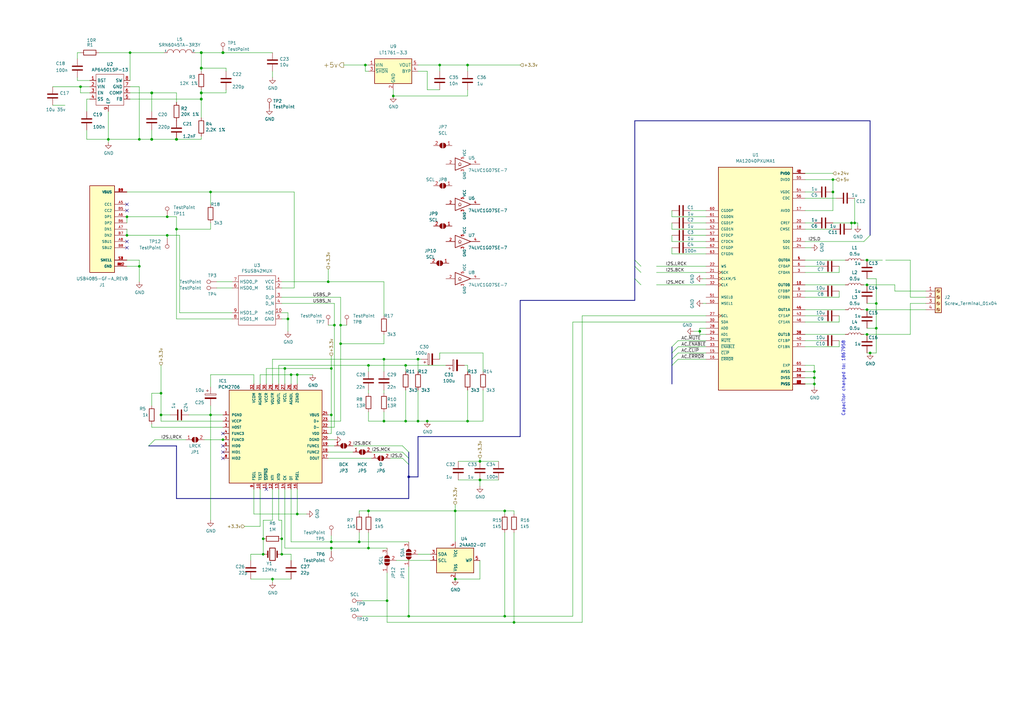
<source format=kicad_sch>
(kicad_sch (version 20230121) (generator eeschema)
  (paper "A3")
  (junction (at 86.36 78.74))
  (junction (at 33.02 35.56))
  (junction (at 334.01 157.48))
  (junction (at 355.6 116.84))
  (junction (at 66.04 170.18))
  (junction (at 151.13 149.86))
  (junction (at 139.7 133.35))
  (junction (at 167.64 252.73))
  (junction (at 116.84 151.13))
  (junction (at 121.92 153.67))
  (junction (at 57.15 57.15))
  (junction (at 82.55 27.94) (diameter 1.016))
  (junction (at 210.82 255.27))
  (junction (at 151.13 209.55))
  (junction (at 167.64 195.58))
  (junction (at 72.39 57.15) (diameter 1.016))
  (junction (at 52.07 88.9))
  (junction (at 149.86 26.67))
  (junction (at 180.34 26.67))
  (junction (at 287.02 135.89))
  (junction (at 157.48 172.72))
  (junction (at 191.77 172.72))
  (junction (at 52.07 96.52))
  (junction (at 137.16 133.35))
  (junction (at 196.85 189.23))
  (junction (at 191.77 26.67))
  (junction (at 334.01 154.94))
  (junction (at 68.58 88.9))
  (junction (at 207.01 209.55))
  (junction (at 207.01 252.73))
  (junction (at 341.63 78.74))
  (junction (at 166.37 172.72))
  (junction (at 355.6 127))
  (junction (at 147.32 222.25))
  (junction (at 82.55 21.59) (diameter 1.016))
  (junction (at 359.41 134.62))
  (junction (at 151.13 224.79))
  (junction (at 115.57 227.33))
  (junction (at 355.6 106.68))
  (junction (at 355.6 137.16))
  (junction (at 186.69 237.49))
  (junction (at 166.37 149.86))
  (junction (at 72.39 93.98))
  (junction (at 68.58 96.52))
  (junction (at 107.95 227.33))
  (junction (at 135.89 151.13))
  (junction (at 86.36 170.18))
  (junction (at 62.23 38.1) (diameter 1.016))
  (junction (at 119.38 153.67))
  (junction (at 359.41 124.46))
  (junction (at 66.04 161.29))
  (junction (at 341.63 73.66))
  (junction (at 157.48 147.32))
  (junction (at 57.15 109.22))
  (junction (at 91.44 180.34))
  (junction (at 121.92 210.82))
  (junction (at 175.26 172.72))
  (junction (at 62.23 57.15) (diameter 1.016))
  (junction (at 356.87 144.78))
  (junction (at 82.55 40.64) (diameter 1.016))
  (junction (at 44.45 57.15))
  (junction (at 91.44 21.59) (diameter 1.016))
  (junction (at 171.45 147.32))
  (junction (at 186.69 209.55))
  (junction (at 135.89 224.79))
  (junction (at 111.76 237.49))
  (junction (at 334.01 152.4))
  (junction (at 82.55 38.1) (diameter 1.016))
  (junction (at 161.29 39.37))
  (junction (at 53.34 21.59))
  (junction (at 139.7 140.97))
  (junction (at 349.25 91.44))
  (junction (at 158.75 246.38))
  (junction (at 135.89 170.18))
  (junction (at 118.11 130.81))
  (junction (at 107.95 220.98))
  (junction (at 196.85 196.85))
  (junction (at 171.45 172.72))
  (junction (at 115.57 220.98))
  (junction (at 350.52 91.44))
  (junction (at 135.89 222.25))
  (junction (at 134.62 115.57))
  (no_connect (at 91.44 187.96))
  (no_connect (at 52.07 101.6))
  (no_connect (at 91.44 177.8))
  (no_connect (at 109.22 200.66))
  (no_connect (at 52.07 99.06))
  (no_connect (at 52.07 86.36))
  (no_connect (at 91.44 182.88))
  (no_connect (at 91.44 185.42))
  (no_connect (at 52.07 83.82))
  (bus_entry (at 356.87 96.52) (size -2.54 2.54))
  (bus_entry (at 167.64 187.96) (size -2.54 -2.54))
  (bus_entry (at 167.64 190.5) (size -2.54 -2.54))
  (bus_entry (at 260.35 114.3) (size 2.54 2.54))
  (bus_entry (at 275.59 144.78) (size 2.54 -2.54))
  (bus_entry (at 275.59 149.86) (size 2.54 -2.54))
  (bus_entry (at 275.59 147.32) (size 2.54 -2.54))
  (bus_entry (at 167.64 185.42) (size -2.54 -2.54))
  (bus_entry (at 260.35 106.68) (size 2.54 2.54))
  (bus_entry (at 260.35 109.22) (size 2.54 2.54))
  (bus_entry (at 60.96 182.88) (size 2.54 -2.54))
  (bus_entry (at 275.59 142.24) (size 2.54 -2.54))
  (wire (pts (xy 288.29 124.46) (xy 289.56 124.46)))
  (wire (pts (xy 157.48 160.02) (xy 157.48 161.29)))
  (wire (pts (xy 139.7 133.35) (xy 142.24 133.35)))
  (wire (pts (xy 53.34 21.59) (xy 53.34 33.02)))
  (wire (pts (xy 66.04 161.29) (xy 66.04 170.18)))
  (wire (pts (xy 379.73 119.38) (xy 367.03 119.38)))
  (wire (pts (xy 167.64 252.73) (xy 167.64 232.41)))
  (wire (pts (xy 86.36 78.74) (xy 52.07 78.74)))
  (wire (pts (xy 82.55 57.15) (xy 82.55 55.88)))
  (bus (pts (xy 275.59 149.86) (xy 275.59 157.48)))
  (wire (pts (xy 86.36 78.74) (xy 86.36 83.82)))
  (wire (pts (xy 191.77 26.67) (xy 191.77 29.21)))
  (wire (pts (xy 111.76 147.32) (xy 111.76 157.48)))
  (wire (pts (xy 207.01 209.55) (xy 207.01 210.82)))
  (wire (pts (xy 63.5 180.34) (xy 76.2 180.34)))
  (wire (pts (xy 82.55 36.83) (xy 82.55 38.1)))
  (wire (pts (xy 341.63 86.36) (xy 330.2 86.36)))
  (wire (pts (xy 62.23 166.37) (xy 62.23 161.29)))
  (wire (pts (xy 330.2 119.38) (xy 336.55 119.38)))
  (wire (pts (xy 57.15 57.15) (xy 62.23 57.15)))
  (wire (pts (xy 269.24 111.76) (xy 289.56 111.76)))
  (wire (pts (xy 82.55 38.1) (xy 92.71 38.1)))
  (wire (pts (xy 62.23 161.29) (xy 66.04 161.29)))
  (wire (pts (xy 111.76 147.32) (xy 157.48 147.32)))
  (wire (pts (xy 283.21 96.52) (xy 289.56 96.52)))
  (bus (pts (xy 260.35 123.19) (xy 213.36 123.19)))
  (wire (pts (xy 135.89 170.18) (xy 135.89 177.8)))
  (wire (pts (xy 44.45 58.42) (xy 44.45 57.15)))
  (bus (pts (xy 167.64 195.58) (xy 167.64 204.47)))
  (wire (pts (xy 171.45 29.21) (xy 175.26 29.21)))
  (wire (pts (xy 341.63 91.44) (xy 349.25 91.44)))
  (wire (pts (xy 115.57 220.98) (xy 115.57 227.33)))
  (wire (pts (xy 149.86 29.21) (xy 149.86 26.67)))
  (wire (pts (xy 350.52 81.28) (xy 350.52 91.44)))
  (wire (pts (xy 283.21 86.36) (xy 289.56 86.36)))
  (wire (pts (xy 116.84 224.79) (xy 135.89 224.79)))
  (wire (pts (xy 350.52 91.44) (xy 351.79 91.44)))
  (wire (pts (xy 344.17 119.38) (xy 344.17 121.92)))
  (wire (pts (xy 134.62 115.57) (xy 157.48 115.57)))
  (wire (pts (xy 135.89 224.79) (xy 135.89 226.06)))
  (wire (pts (xy 196.85 229.87) (xy 196.85 237.49)))
  (wire (pts (xy 134.62 180.34) (xy 137.16 180.34)))
  (wire (pts (xy 102.87 237.49) (xy 111.76 237.49)))
  (wire (pts (xy 287.02 135.89) (xy 287.02 137.16)))
  (wire (pts (xy 283.21 101.6) (xy 289.56 101.6)))
  (wire (pts (xy 344.17 132.08) (xy 330.2 132.08)))
  (wire (pts (xy 166.37 172.72) (xy 171.45 172.72)))
  (wire (pts (xy 102.87 227.33) (xy 102.87 229.87)))
  (wire (pts (xy 107.95 213.36) (xy 107.95 220.98)))
  (wire (pts (xy 198.12 144.78) (xy 198.12 152.4)))
  (wire (pts (xy 351.79 91.44) (xy 351.79 92.71)))
  (wire (pts (xy 180.34 26.67) (xy 180.34 29.21)))
  (bus (pts (xy 167.64 187.96) (xy 167.64 190.5)))
  (wire (pts (xy 334.01 152.4) (xy 334.01 154.94)))
  (wire (pts (xy 82.55 38.1) (xy 82.55 40.64)))
  (wire (pts (xy 355.6 127) (xy 379.73 127)))
  (wire (pts (xy 207.01 252.73) (xy 167.64 252.73)))
  (wire (pts (xy 161.29 36.83) (xy 161.29 39.37)))
  (wire (pts (xy 86.36 166.37) (xy 86.36 170.18)))
  (wire (pts (xy 115.57 128.27) (xy 118.11 128.27)))
  (wire (pts (xy 115.57 130.81) (xy 118.11 130.81)))
  (wire (pts (xy 166.37 149.86) (xy 182.88 149.86)))
  (wire (pts (xy 171.45 147.32) (xy 172.72 147.32)))
  (wire (pts (xy 367.03 119.38) (xy 367.03 116.84)))
  (wire (pts (xy 287.02 137.16) (xy 289.56 137.16)))
  (wire (pts (xy 196.85 189.23) (xy 204.47 189.23)))
  (wire (pts (xy 238.76 255.27) (xy 238.76 129.54)))
  (wire (pts (xy 330.2 154.94) (xy 334.01 154.94)))
  (wire (pts (xy 330.2 73.66) (xy 341.63 73.66)))
  (bus (pts (xy 213.36 123.19) (xy 213.36 179.07)))
  (wire (pts (xy 21.59 43.18) (xy 26.67 43.18)))
  (wire (pts (xy 289.56 88.9) (xy 275.59 88.9)))
  (wire (pts (xy 111.76 29.21) (xy 111.76 31.75)))
  (wire (pts (xy 210.82 218.44) (xy 210.82 255.27)))
  (wire (pts (xy 92.71 27.94) (xy 92.71 29.21)))
  (wire (pts (xy 175.26 36.83) (xy 180.34 36.83)))
  (wire (pts (xy 72.39 130.81) (xy 95.25 130.81)))
  (wire (pts (xy 135.89 146.05) (xy 135.89 151.13)))
  (wire (pts (xy 62.23 38.1) (xy 72.39 38.1)))
  (wire (pts (xy 355.6 114.3) (xy 359.41 114.3)))
  (wire (pts (xy 119.38 153.67) (xy 119.38 157.48)))
  (wire (pts (xy 275.59 93.98) (xy 289.56 93.98)))
  (wire (pts (xy 171.45 160.02) (xy 171.45 172.72)))
  (wire (pts (xy 148.59 246.38) (xy 158.75 246.38)))
  (wire (pts (xy 72.39 88.9) (xy 72.39 93.98)))
  (wire (pts (xy 107.95 220.98) (xy 107.95 227.33)))
  (wire (pts (xy 111.76 213.36) (xy 107.95 213.36)))
  (wire (pts (xy 334.01 157.48) (xy 334.01 158.75)))
  (wire (pts (xy 234.95 252.73) (xy 207.01 252.73)))
  (wire (pts (xy 363.22 106.68) (xy 373.38 106.68)))
  (wire (pts (xy 35.56 40.64) (xy 35.56 45.72)))
  (wire (pts (xy 171.45 147.32) (xy 171.45 152.4)))
  (wire (pts (xy 330.2 109.22) (xy 336.55 109.22)))
  (wire (pts (xy 53.34 40.64) (xy 82.55 40.64)))
  (wire (pts (xy 171.45 26.67) (xy 180.34 26.67)))
  (wire (pts (xy 119.38 222.25) (xy 135.89 222.25)))
  (bus (pts (xy 275.59 144.78) (xy 275.59 147.32)))
  (wire (pts (xy 355.6 134.62) (xy 359.41 134.62)))
  (wire (pts (xy 115.57 213.36) (xy 115.57 220.98)))
  (bus (pts (xy 260.35 114.3) (xy 260.35 123.19)))
  (wire (pts (xy 191.77 36.83) (xy 191.77 39.37)))
  (wire (pts (xy 68.58 96.52) (xy 73.66 96.52)))
  (wire (pts (xy 91.44 170.18) (xy 86.36 170.18)))
  (wire (pts (xy 134.62 170.18) (xy 135.89 170.18)))
  (bus (pts (xy 167.64 185.42) (xy 167.64 187.96)))
  (wire (pts (xy 278.13 139.7) (xy 289.56 139.7)))
  (wire (pts (xy 107.95 227.33) (xy 102.87 227.33)))
  (wire (pts (xy 140.97 26.67) (xy 149.86 26.67)))
  (wire (pts (xy 119.38 153.67) (xy 106.68 153.67)))
  (wire (pts (xy 91.44 180.34) (xy 92.71 180.34)))
  (wire (pts (xy 289.56 132.08) (xy 234.95 132.08)))
  (wire (pts (xy 57.15 109.22) (xy 57.15 115.57)))
  (wire (pts (xy 147.32 210.82) (xy 147.32 209.55)))
  (wire (pts (xy 62.23 38.1) (xy 62.23 45.72)))
  (wire (pts (xy 137.16 175.26) (xy 134.62 175.26)))
  (wire (pts (xy 120.65 78.74) (xy 120.65 118.11)))
  (wire (pts (xy 361.95 106.68) (xy 355.6 106.68)))
  (wire (pts (xy 330.2 139.7) (xy 336.55 139.7)))
  (wire (pts (xy 135.89 151.13) (xy 116.84 151.13)))
  (wire (pts (xy 359.41 124.46) (xy 359.41 134.62)))
  (wire (pts (xy 191.77 26.67) (xy 213.36 26.67)))
  (bus (pts (xy 171.45 195.58) (xy 167.64 195.58)))
  (wire (pts (xy 91.44 21.59) (xy 111.76 21.59)))
  (wire (pts (xy 289.56 134.62) (xy 287.02 134.62)))
  (wire (pts (xy 104.14 157.48) (xy 104.14 153.67)))
  (wire (pts (xy 52.07 93.98) (xy 52.07 96.52)))
  (wire (pts (xy 52.07 96.52) (xy 68.58 96.52)))
  (wire (pts (xy 373.38 106.68) (xy 373.38 121.92)))
  (wire (pts (xy 289.56 99.06) (xy 275.59 99.06)))
  (wire (pts (xy 53.34 35.56) (xy 57.15 35.56)))
  (wire (pts (xy 116.84 151.13) (xy 116.84 157.48)))
  (wire (pts (xy 137.16 133.35) (xy 137.16 175.26)))
  (wire (pts (xy 66.04 172.72) (xy 91.44 172.72)))
  (wire (pts (xy 275.59 104.14) (xy 275.59 101.6)))
  (wire (pts (xy 33.02 38.1) (xy 36.83 38.1)))
  (wire (pts (xy 118.11 130.81) (xy 118.11 135.89)))
  (wire (pts (xy 355.6 116.84) (xy 367.03 116.84)))
  (wire (pts (xy 134.62 110.49) (xy 134.62 115.57)))
  (wire (pts (xy 111.76 237.49) (xy 111.76 238.76)))
  (wire (pts (xy 116.84 151.13) (xy 109.22 151.13)))
  (wire (pts (xy 344.17 129.54) (xy 344.17 132.08)))
  (wire (pts (xy 149.86 26.67) (xy 151.13 26.67)))
  (wire (pts (xy 33.02 35.56) (xy 36.83 35.56)))
  (wire (pts (xy 269.24 116.84) (xy 289.56 116.84)))
  (wire (pts (xy 115.57 124.46) (xy 137.16 124.46)))
  (wire (pts (xy 52.07 88.9) (xy 52.07 91.44)))
  (wire (pts (xy 191.77 160.02) (xy 191.77 172.72)))
  (wire (pts (xy 139.7 140.97) (xy 157.48 140.97)))
  (wire (pts (xy 359.41 114.3) (xy 359.41 124.46)))
  (wire (pts (xy 349.25 91.44) (xy 349.25 93.98)))
  (wire (pts (xy 40.64 21.59) (xy 53.34 21.59)))
  (wire (pts (xy 190.5 149.86) (xy 191.77 149.86)))
  (wire (pts (xy 104.14 200.66) (xy 104.14 210.82)))
  (wire (pts (xy 121.92 200.66) (xy 121.92 210.82)))
  (wire (pts (xy 57.15 106.68) (xy 57.15 109.22)))
  (wire (pts (xy 162.56 229.87) (xy 176.53 229.87)))
  (wire (pts (xy 86.36 91.44) (xy 86.36 93.98)))
  (wire (pts (xy 330.2 137.16) (xy 346.71 137.16)))
  (wire (pts (xy 114.3 200.66) (xy 114.3 213.36)))
  (wire (pts (xy 35.56 57.15) (xy 44.45 57.15)))
  (wire (pts (xy 330.2 152.4) (xy 334.01 152.4)))
  (wire (pts (xy 284.48 135.89) (xy 287.02 135.89)))
  (wire (pts (xy 106.68 200.66) (xy 106.68 215.9)))
  (wire (pts (xy 186.69 207.01) (xy 186.69 209.55)))
  (wire (pts (xy 151.13 29.21) (xy 149.86 29.21)))
  (wire (pts (xy 166.37 160.02) (xy 166.37 172.72)))
  (wire (pts (xy 68.58 96.52) (xy 68.58 97.79)))
  (wire (pts (xy 191.77 172.72) (xy 198.12 172.72)))
  (wire (pts (xy 68.58 88.9) (xy 72.39 88.9)))
  (wire (pts (xy 135.89 219.71) (xy 135.89 222.25)))
  (wire (pts (xy 114.3 157.48) (xy 114.3 149.86)))
  (wire (pts (xy 135.89 151.13) (xy 135.89 170.18)))
  (wire (pts (xy 207.01 218.44) (xy 207.01 252.73)))
  (wire (pts (xy 288.29 114.3) (xy 289.56 114.3)))
  (wire (pts (xy 330.2 71.12) (xy 341.63 71.12)))
  (bus (pts (xy 167.64 190.5) (xy 167.64 195.58)))
  (wire (pts (xy 31.75 31.75) (xy 31.75 33.02)))
  (wire (pts (xy 86.36 170.18) (xy 86.36 213.36)))
  (wire (pts (xy 373.38 137.16) (xy 373.38 124.46)))
  (wire (pts (xy 157.48 172.72) (xy 166.37 172.72)))
  (wire (pts (xy 175.26 172.72) (xy 191.77 172.72)))
  (wire (pts (xy 82.55 21.59) (xy 82.55 27.94)))
  (bus (pts (xy 60.96 182.88) (xy 72.39 182.88)))
  (wire (pts (xy 119.38 227.33) (xy 119.38 229.87)))
  (wire (pts (xy 114.3 213.36) (xy 115.57 213.36)))
  (wire (pts (xy 134.62 115.57) (xy 115.57 115.57)))
  (wire (pts (xy 72.39 93.98) (xy 72.39 130.81)))
  (wire (pts (xy 31.75 33.02) (xy 36.83 33.02)))
  (wire (pts (xy 210.82 209.55) (xy 210.82 210.82)))
  (wire (pts (xy 171.45 227.33) (xy 176.53 227.33)))
  (wire (pts (xy 334.01 149.86) (xy 334.01 152.4)))
  (wire (pts (xy 134.62 182.88) (xy 137.16 182.88)))
  (wire (pts (xy 104.14 153.67) (xy 86.36 153.67)))
  (bus (pts (xy 275.59 142.24) (xy 275.59 144.78)))
  (wire (pts (xy 354.33 116.84) (xy 355.6 116.84)))
  (wire (pts (xy 62.23 53.34) (xy 62.23 57.15)))
  (bus (pts (xy 260.35 49.53) (xy 260.35 106.68)))
  (wire (pts (xy 72.39 57.15) (xy 82.55 57.15)))
  (wire (pts (xy 82.55 40.64) (xy 82.55 48.26)))
  (wire (pts (xy 104.14 210.82) (xy 121.92 210.82)))
  (wire (pts (xy 186.69 209.55) (xy 207.01 209.55)))
  (wire (pts (xy 196.85 196.85) (xy 196.85 199.39)))
  (wire (pts (xy 234.95 132.08) (xy 234.95 252.73)))
  (wire (pts (xy 21.59 35.56) (xy 33.02 35.56)))
  (bus (pts (xy 72.39 182.88) (xy 72.39 204.47)))
  (wire (pts (xy 350.52 91.44) (xy 349.25 91.44)))
  (wire (pts (xy 354.33 137.16) (xy 355.6 137.16)))
  (wire (pts (xy 158.75 255.27) (xy 210.82 255.27)))
  (wire (pts (xy 359.41 144.78) (xy 356.87 144.78)))
  (wire (pts (xy 118.11 128.27) (xy 118.11 130.81)))
  (wire (pts (xy 330.2 93.98) (xy 341.63 93.98)))
  (wire (pts (xy 354.33 127) (xy 355.6 127)))
  (wire (pts (xy 151.13 218.44) (xy 151.13 224.79)))
  (wire (pts (xy 31.75 24.13) (xy 31.75 21.59)))
  (wire (pts (xy 62.23 175.26) (xy 62.23 173.99)))
  (wire (pts (xy 275.59 88.9) (xy 275.59 86.36)))
  (wire (pts (xy 57.15 35.56) (xy 57.15 57.15)))
  (wire (pts (xy 278.13 144.78) (xy 289.56 144.78)))
  (wire (pts (xy 355.6 137.16) (xy 373.38 137.16)))
  (wire (pts (xy 134.62 187.96) (xy 152.4 187.96)))
  (wire (pts (xy 151.13 149.86) (xy 166.37 149.86)))
  (wire (pts (xy 283.21 91.44) (xy 289.56 91.44)))
  (wire (pts (xy 52.07 109.22) (xy 57.15 109.22)))
  (wire (pts (xy 119.38 200.66) (xy 119.38 222.25)))
  (wire (pts (xy 186.69 209.55) (xy 186.69 222.25)))
  (wire (pts (xy 187.96 196.85) (xy 196.85 196.85)))
  (wire (pts (xy 356.87 144.78) (xy 355.6 144.78)))
  (wire (pts (xy 344.17 139.7) (xy 344.17 142.24)))
  (wire (pts (xy 151.13 209.55) (xy 151.13 210.82)))
  (wire (pts (xy 31.75 21.59) (xy 33.02 21.59)))
  (wire (pts (xy 330.2 129.54) (xy 336.55 129.54)))
  (wire (pts (xy 83.82 180.34) (xy 91.44 180.34)))
  (bus (pts (xy 171.45 179.07) (xy 171.45 195.58)))
  (wire (pts (xy 139.7 121.92) (xy 139.7 133.35)))
  (wire (pts (xy 134.62 177.8) (xy 135.89 177.8)))
  (wire (pts (xy 330.2 127) (xy 346.71 127)))
  (wire (pts (xy 238.76 129.54) (xy 289.56 129.54)))
  (wire (pts (xy 157.48 147.32) (xy 157.48 152.4)))
  (wire (pts (xy 86.36 153.67) (xy 86.36 158.75)))
  (wire (pts (xy 66.04 170.18) (xy 69.85 170.18)))
  (wire (pts (xy 139.7 140.97) (xy 139.7 172.72)))
  (wire (pts (xy 330.2 116.84) (xy 346.71 116.84)))
  (wire (pts (xy 66.04 149.86) (xy 66.04 161.29)))
  (wire (pts (xy 341.63 73.66) (xy 341.63 78.74)))
  (wire (pts (xy 341.63 78.74) (xy 341.63 86.36)))
  (wire (pts (xy 52.07 88.9) (xy 68.58 88.9)))
  (wire (pts (xy 330.2 149.86) (xy 334.01 149.86)))
  (wire (pts (xy 82.55 27.94) (xy 92.71 27.94)))
  (wire (pts (xy 147.32 209.55) (xy 151.13 209.55)))
  (wire (pts (xy 341.63 73.66) (xy 342.9 73.66)))
  (wire (pts (xy 275.59 99.06) (xy 275.59 96.52)))
  (wire (pts (xy 120.65 78.74) (xy 86.36 78.74)))
  (wire (pts (xy 92.71 38.1) (xy 92.71 36.83)))
  (wire (pts (xy 121.92 153.67) (xy 121.92 157.48)))
  (wire (pts (xy 157.48 115.57) (xy 157.48 129.54)))
  (wire (pts (xy 330.2 106.68) (xy 346.71 106.68)))
  (wire (pts (xy 151.13 172.72) (xy 157.48 172.72)))
  (wire (pts (xy 62.23 57.15) (xy 72.39 57.15)))
  (wire (pts (xy 72.39 41.91) (xy 72.39 38.1)))
  (bus (pts (xy 213.36 179.07) (xy 171.45 179.07)))
  (bus (pts (xy 275.59 147.32) (xy 275.59 149.86)))
  (bus (pts (xy 72.39 204.47) (xy 167.64 204.47)))
  (wire (pts (xy 158.75 246.38) (xy 158.75 255.27)))
  (wire (pts (xy 115.57 121.92) (xy 139.7 121.92)))
  (wire (pts (xy 359.41 134.62) (xy 359.41 144.78)))
  (wire (pts (xy 80.01 21.59) (xy 82.55 21.59)))
  (wire (pts (xy 152.4 185.42) (xy 165.1 185.42)))
  (wire (pts (xy 134.62 172.72) (xy 139.7 172.72)))
  (wire (pts (xy 33.02 35.56) (xy 33.02 38.1)))
  (wire (pts (xy 180.34 144.78) (xy 198.12 144.78)))
  (wire (pts (xy 139.7 133.35) (xy 139.7 140.97)))
  (wire (pts (xy 106.68 215.9) (xy 100.33 215.9)))
  (wire (pts (xy 128.27 153.67) (xy 121.92 153.67)))
  (wire (pts (xy 115.57 227.33) (xy 119.38 227.33)))
  (wire (pts (xy 52.07 106.68) (xy 57.15 106.68)))
  (wire (pts (xy 151.13 160.02) (xy 151.13 161.29)))
  (wire (pts (xy 151.13 209.55) (xy 186.69 209.55)))
  (wire (pts (xy 275.59 91.44) (xy 275.59 93.98)))
  (wire (pts (xy 344.17 109.22) (xy 344.17 111.76)))
  (wire (pts (xy 196.85 196.85) (xy 204.47 196.85)))
  (wire (pts (xy 88.9 115.57) (xy 95.25 115.57)))
  (wire (pts (xy 72.39 93.98) (xy 86.36 93.98)))
  (wire (pts (xy 355.6 124.46) (xy 359.41 124.46)))
  (wire (pts (xy 330.2 81.28) (xy 342.9 81.28)))
  (wire (pts (xy 196.85 187.96) (xy 196.85 189.23)))
  (wire (pts (xy 330.2 157.48) (xy 334.01 157.48)))
  (wire (pts (xy 180.34 147.32) (xy 180.34 144.78)))
  (wire (pts (xy 119.38 237.49) (xy 111.76 237.49)))
  (wire (pts (xy 210.82 255.27) (xy 238.76 255.27)))
  (wire (pts (xy 334.01 154.94) (xy 334.01 157.48)))
  (wire (pts (xy 91.44 175.26) (xy 62.23 175.26)))
  (wire (pts (xy 73.66 128.27) (xy 95.25 128.27)))
  (wire (pts (xy 278.13 142.24) (xy 289.56 142.24)))
  (wire (pts (xy 135.89 224.79) (xy 151.13 224.79)))
  (wire (pts (xy 198.12 172.72) (xy 198.12 160.02)))
  (wire (pts (xy 53.34 21.59) (xy 67.31 21.59)))
  (wire (pts (xy 121.92 153.67) (xy 119.38 153.67)))
  (wire (pts (xy 289.56 104.14) (xy 275.59 104.14)))
  (wire (pts (xy 121.92 210.82) (xy 125.73 210.82)))
  (wire (pts (xy 151.13 224.79) (xy 158.75 224.79)))
  (wire (pts (xy 191.77 39.37) (xy 161.29 39.37)))
  (wire (pts (xy 330.2 91.44) (xy 334.01 91.44)))
  (wire (pts (xy 109.22 151.13) (xy 109.22 157.48)))
  (wire (pts (xy 44.45 57.15) (xy 57.15 57.15)))
  (wire (pts (xy 330.2 101.6) (xy 332.74 101.6)))
  (wire (pts (xy 158.75 234.95) (xy 158.75 246.38)))
  (wire (pts (xy 166.37 149.86) (xy 166.37 152.4)))
  (wire (pts (xy 191.77 149.86) (xy 191.77 152.4)))
  (wire (pts (xy 287.02 135.89) (xy 287.02 134.62)))
  (wire (pts (xy 196.85 237.49) (xy 186.69 237.49)))
  (bus (pts (xy 260.35 109.22) (xy 260.35 114.3)))
  (wire (pts (xy 135.89 222.25) (xy 147.32 222.25)))
  (wire (pts (xy 88.9 118.11) (xy 95.25 118.11)))
  (wire (pts (xy 160.02 187.96) (xy 165.1 187.96)))
  (wire (pts (xy 147.32 218.44) (xy 147.32 222.25)))
  (wire (pts (xy 77.47 170.18) (xy 86.36 170.18)))
  (wire (pts (xy 53.34 38.1) (xy 62.23 38.1)))
  (wire (pts (xy 165.1 182.88) (xy 144.78 182.88)))
  (wire (pts (xy 134.62 133.35) (xy 137.16 133.35)))
  (wire (pts (xy 148.59 252.73) (xy 167.64 252.73)))
  (wire (pts (xy 73.66 96.52) (xy 73.66 128.27)))
  (wire (pts (xy 373.38 121.92) (xy 379.73 121.92)))
  (wire (pts (xy 180.34 26.67) (xy 191.77 26.67)))
  (wire (pts (xy 355.6 106.68) (xy 354.33 106.68)))
  (wire (pts (xy 44.45 45.72) (xy 44.45 57.15)))
  (wire (pts (xy 330.2 99.06) (xy 354.33 99.06)))
  (wire (pts (xy 151.13 168.91) (xy 151.13 172.72)))
  (bus (pts (xy 356.87 49.53) (xy 260.35 49.53)))
  (wire (pts (xy 157.48 168.91) (xy 157.48 172.72)))
  (wire (pts (xy 344.17 142.24) (xy 330.2 142.24)))
  (wire (pts (xy 157.48 147.32) (xy 171.45 147.32)))
  (wire (pts (xy 120.65 118.11) (xy 115.57 118.11)))
  (wire (pts (xy 147.32 222.25) (xy 167.64 222.25)))
  (wire (pts (xy 171.45 172.72) (xy 175.26 172.72)))
  (wire (pts (xy 82.55 21.59) (xy 91.44 21.59)))
  (wire (pts (xy 114.3 149.86) (xy 151.13 149.86)))
  (wire (pts (xy 111.76 200.66) (xy 111.76 213.36)))
  (wire (pts (xy 269.24 109.22) (xy 289.56 109.22)))
  (wire (pts (xy 116.84 200.66) (xy 116.84 224.79)))
  (wire (pts (xy 373.38 124.46) (xy 379.73 124.46)))
  (wire (pts (xy 82.55 27.94) (xy 82.55 29.21)))
  (wire (pts (xy 330.2 78.74) (xy 334.01 78.74)))
  (wire (pts (xy 278.13 147.32) (xy 289.56 147.32)))
  (wire (pts (xy 106.68 153.67) (xy 106.68 157.48)))
  (wire (pts (xy 36.83 40.64) (xy 35.56 40.64)))
  (wire (pts (xy 187.96 189.23) (xy 196.85 189.23)))
  (wire (pts (xy 137.16 124.46) (xy 137.16 133.35)))
  (wire (pts (xy 175.26 29.21) (xy 175.26 36.83)))
  (wire (pts (xy 151.13 149.86) (xy 151.13 152.4)))
  (bus (pts (xy 260.35 106.68) (xy 260.35 109.22)))
  (wire (pts (xy 35.56 53.34) (xy 35.56 57.15)))
  (bus (pts (xy 356.87 49.53) (xy 356.87 96.52)))
  (wire (pts (xy 157.48 140.97) (xy 157.48 137.16)))
  (wire (pts (xy 66.04 170.18) (xy 66.04 172.72)))
  (wire (pts (xy 344.17 121.92) (xy 330.2 121.92)))
  (wire (pts (xy 134.62 185.42) (xy 144.78 185.42)))
  (wire (pts (xy 207.01 209.55) (xy 210.82 209.55)))
  (wire (pts (xy 344.17 111.76) (xy 330.2 111.76)))
  (text "Capacitor changed to: 1867958" (at 346.71 139.7 90) (effects (font (size 1.27 1.27)) (justify right bottom)))
  (label "I2S.MCK" (at 273.05 116.84 0))
  (label "AC.~{ENABLE}" (at 279.4 142.24 0))
  (label "AC.~{ERROR}" (at 279.4 147.32 0))
  (label "I2S.LRCK" (at 66.04 180.34 0))
  (label "AC.~{MUTE}" (at 279.4 139.7 0))
  (label "I2S.D" (at 331.47 99.06 0))
  (label "USBS_P" (at 128.27 121.92 0))
  (label "AC.~{CLIP}" (at 279.4 144.78 0))
  (label "I2S.BCK" (at 273.05 111.76 0))
  (label "USBS_N" (at 128.27 124.46 0))
  (label "I2S.MCK" (at 152.4 185.42 0))
  (label "I2S.BCK" (at 144.78 182.88 0))
  (label "I2S.LRCK" (at 273.05 109.22 0))
  (label "I2S.D" (at 160.02 187.96 0))
  (hierarchical_label "+5v" (shape input) (at 342.9 73.66 0))
  (hierarchical_label "+3.3v" (shape input) (at 100.33 215.9 180))
  (hierarchical_label "+3.3v" (shape input) (at 134.62 110.49 90))
  (hierarchical_label "+3.3v" (shape input) (at 196.85 187.96 90))
  (hierarchical_label "+3.3v" (shape input) (at 186.69 207.01 90))
  (hierarchical_label "+24v" (shape input) (at 341.63 71.12 0))
  (hierarchical_label "+3.3v" (shape input) (at 135.89 146.05 90))
  (hierarchical_label "+5v" (shape output) (at 140.97 26.67 180) (effects (font (size 2.0066 2.0066))))
  (hierarchical_label "+3.3v" (shape input) (at 66.04 149.86 90))
  (hierarchical_label "+3.3v" (shape input) (at 213.36 26.67 0))
  (symbol (lib_name "GND_7") (lib_id "power:GND") (at 44.45 58.42 0) (unit 1)
    (property "Reference" "#PWR08" (effects hide))
    (property "Value" "GND" (at 44.577 62.8142 0))
  )
  (symbol (lib_id "Device:C") (at 279.4 96.52 270) (unit 1)
    (property "Reference" "C3" (at 283.21 95.25 90))
    (property "Value" "1u" (at 283.21 97.79 90))
    (property "Footprint" "Capacitor_SMD:C_0805_2012Metric_Pad1.18x1.45mm_HandSolder" (effects hide))
    (property "Farnell" "3013482" (effects hide))
  )
  (symbol (lib_id "Device:C") (at 35.56 49.53 0) (unit 1)
    (property "Reference" "C19" (at 38.1 46.99 0) (effects (justify left)))
    (property "Value" "100n" (at 38.1 52.07 0) (effects (justify left)))
    (property "Footprint" "Capacitor_SMD:C_0805_2012Metric_Pad1.18x1.45mm_HandSolder" (effects hide))
    (property "Datasheet" "https://search.murata.co.jp/Ceramy/image/img/A01X/G101/ENG/GRM155R71C104KA88-01.pdf" (effects hide))
    (property "Field4" "Farnell" (effects hide))
    (property "Field5" "2611911" (effects hide))
    (property "Field6" "RM EMK105 B7104KV-F" (effects hide))
    (property "Field7" "TAIYO YUDEN EUROPE GMBH" (effects hide))
    (property "Part Description" "	0.1uF 10% 16V Ceramic Capacitor X7R 0402 (1005 Metric)" (effects hide))
    (property "Field8" "110091611" (effects hide))
    (property "Farnell" "1414664" (effects hide))
  )
  (symbol (lib_id "Device:L") (at 350.52 106.68 90) (unit 1)
    (property "Reference" "L1" (at 350.52 101.6 90))
    (property "Value" "0.5u" (at 350.52 104.14 90))
    (property "Footprint" "Inductor_SMD:L_Bourns_SRN6045TA" (effects hide))
    (property "Farnell" "3780754" (effects hide))
  )
  (symbol (lib_id "Device:C") (at 340.36 139.7 90) (unit 1)
    (property "Reference" "C10" (at 336.55 140.97 90))
    (property "Value" "10u" (at 336.55 138.43 90))
    (property "Footprint" "Capacitor_SMD:C_0805_2012Metric_Pad1.18x1.45mm_HandSolder" (effects hide))
    (property "Farnell" "1867958" (effects hide))
  )
  (symbol (lib_name "GND_4") (lib_id "power:GND") (at 356.87 144.78 0) (unit 1)
    (property "Reference" "#PWR07" (effects hide))
    (property "Value" "GND" (at 356.997 149.1742 0))
  )
  (symbol (lib_id "Device:C") (at 279.4 101.6 270) (unit 1)
    (property "Reference" "C4" (at 283.21 100.33 90))
    (property "Value" "100n" (at 283.21 102.87 90))
    (property "Footprint" "Capacitor_SMD:C_0805_2012Metric_Pad1.18x1.45mm_HandSolder" (effects hide))
    (property "Farnell" "1414664" (effects hide))
  )
  (symbol (lib_id "Device:C") (at 31.75 27.94 0) (unit 1)
    (property "Reference" "C18" (at 22.86 26.035 0) (effects (justify left)))
    (property "Value" "100n" (at 22.86 28.829 0) (effects (justify left)))
    (property "Footprint" "Capacitor_SMD:C_0805_2012Metric_Pad1.18x1.45mm_HandSolder" (effects hide))
    (property "Datasheet" "https://search.murata.co.jp/Ceramy/image/img/A01X/G101/ENG/GRM155R71C104KA88-01.pdf" (effects hide))
    (property "Field4" "Farnell" (effects hide))
    (property "Field5" "2611911" (effects hide))
    (property "Field6" "RM EMK105 B7104KV-F" (effects hide))
    (property "Field7" "TAIYO YUDEN EUROPE GMBH" (effects hide))
    (property "Part Description" "	0.1uF 10% 16V Ceramic Capacitor X7R 0402 (1005 Metric)" (effects hide))
    (property "Field8" "110091611" (effects hide))
    (property "Farnell" "1414664" (effects hide))
  )
  (symbol (lib_id "CM4IO:74LVC1G07_copy") (at 190.5 83.82 0) (unit 1)
    (property "Reference" "U6" (at 192.024 81.28 0) (effects (justify left)))
    (property "Value" "74LVC1G07SE-7" (at 192.024 86.36 0) (effects (justify left)))
    (property "Footprint" "Package_TO_SOT_SMD:SOT-353_SC-70-5" (effects hide))
    (property "Datasheet" "https://www.diodes.com/assets/Datasheets/74LVC1G07.pdf" (effects hide))
    (property "Field4" "Farnell" (effects hide))
    (property "Field5" "2425492" (effects hide))
    (property "Field6" "74LVC1G07SE-7" (effects hide))
    (property "Field7" "Diodes" (effects hide))
    (property "Part Description" "Buffer, Non-Inverting 1 Element 1 Bit per Element Open Drain Output SOT-353" (effects hide))
    (property "Farnell" "1845213" (effects hide))
  )
  (symbol (lib_id "Jumper:SolderJumper_2_Open") (at 181.61 92.71 180) (unit 1)
    (property "Reference" "JP9" (at 177.8 87.63 0))
    (property "Value" "SCL" (at 177.8 90.17 0))
    (property "Footprint" "Jumper:SolderJumper-2_P1.3mm_Open_TrianglePad1.0x1.5mm" (effects hide))
  )
  (symbol (lib_id "CM4IO:AP64351") (at 44.45 35.56 0) (unit 1)
    (property "Reference" "U2" (at 45.085 26.3144 0))
    (property "Value" "AP64501SP-13" (at 45.085 28.6258 0))
    (property "Footprint" "Package_SO:SOIC-8-1EP_3.9x4.9mm_P1.27mm_EP2.95x4.9mm_Mask2.71x3.4mm_ThermalVias" (effects hide))
    (property "Datasheet" "https://www.diodes.com/assets/Datasheets/AP64501.pdf" (effects hide))
    (property "Field4" "Digikey" (effects hide))
    (property "Field5" "31-AP64501SP-13CT-ND" (effects hide))
    (property "Field6" "AP64501SP-13" (effects hide))
    (property "Field7" "Diodes" (effects hide))
    (property "Part Description" "Buck Switching Regulator IC Positive Adjustable 0.8V 1 Output 5A 8-SOIC (0.154\", 3.90mm Width) Exposed Pad" (effects hide))
    (property "Farnell" "3518317" (effects hide))
  )
  (symbol (lib_id "Device:R") (at 157.48 133.35 0) (unit 1)
    (property "Reference" "R17" (at 157.48 129.54 0) (effects (justify left)))
    (property "Value" "3k3" (at 158.75 137.16 0) (effects (justify left)))
    (property "Footprint" "Resistor_SMD:R_0805_2012Metric_Pad1.20x1.40mm_HandSolder" (effects hide))
    (property "Farnell" "2861528" (effects hide))
  )
  (symbol (lib_name "GND_6") (lib_id "power:GND") (at 125.73 210.82 90) (unit 1)
    (property "Reference" "#PWR015" (effects hide))
    (property "Value" "GND" (at 130.1242 210.693 0))
  )
  (symbol (lib_id "Device:C") (at 345.44 93.98 90) (unit 1)
    (property "Reference" "C11" (at 341.63 95.25 90))
    (property "Value" "1u" (at 341.63 92.71 90))
    (property "Footprint" "Capacitor_SMD:C_0805_2012Metric_Pad1.18x1.45mm_HandSolder" (effects hide))
    (property "Farnell" "3013482" (effects hide))
  )
  (symbol (lib_id "Device:C") (at 204.47 193.04 0) (unit 1)
    (property "Reference" "C34" (at 199.39 190.5 0) (effects (justify left)))
    (property "Value" "100n" (at 199.39 195.58 0) (effects (justify left)))
    (property "Footprint" "Capacitor_SMD:C_0805_2012Metric_Pad1.18x1.45mm_HandSolder" (effects hide))
    (property "Farnell" "1414664" (effects hide))
  )
  (symbol (lib_id "Jumper:SolderJumper_3_Open") (at 167.64 227.33 90) (unit 1)
    (property "Reference" "JP11" (at 165.1 237.49 0) (effects (justify left)))
    (property "Value" "SDA" (at 165.1 228.6 0) (effects (justify left)))
  )
  (symbol (lib_id "Device:C") (at 196.85 193.04 0) (unit 1)
    (property "Reference" "C33" (at 191.77 190.5 0) (effects (justify left)))
    (property "Value" "1u" (at 191.77 195.58 0) (effects (justify left)))
    (property "Footprint" "Capacitor_SMD:C_0805_2012Metric_Pad1.18x1.45mm_HandSolder" (effects hide))
    (property "Farnell" "3013482" (effects hide))
  )
  (symbol (lib_id "Device:C") (at 340.36 109.22 90) (unit 1)
    (property "Reference" "C7" (at 336.55 110.49 90))
    (property "Value" "10u" (at 336.55 107.95 90))
    (property "Footprint" "Capacitor_SMD:C_0805_2012Metric_Pad1.18x1.45mm_HandSolder" (effects hide))
    (property "Farnell" "1867958" (effects hide))
  )
  (symbol (lib_id "Device:C") (at 340.36 129.54 90) (unit 1)
    (property "Reference" "C9" (at 336.55 130.81 90))
    (property "Value" "10u" (at 336.55 128.27 90))
    (property "Footprint" "Capacitor_SMD:C_0805_2012Metric_Pad1.18x1.45mm_HandSolder" (effects hide))
    (property "Farnell" "1867958" (effects hide))
  )
  (symbol (lib_name "GND_4") (lib_id "power:GND") (at 111.76 31.75 0) (unit 1)
    (property "Reference" "#PWR010" (effects hide))
    (property "Value" "GND" (at 111.887 36.1442 0))
  )
  (symbol (lib_id "Device:C") (at 346.71 81.28 90) (unit 1)
    (property "Reference" "C12" (at 353.06 82.55 90))
    (property "Value" "1u" (at 350.52 80.01 90))
    (property "Footprint" "Capacitor_SMD:C_0805_2012Metric_Pad1.18x1.45mm_HandSolder" (effects hide))
    (property "Farnell" "3013482" (effects hide))
  )
  (symbol (lib_id "Device:R") (at 151.13 214.63 0) (unit 1)
    (property "Reference" "R9" (at 153.67 213.36 0) (effects (justify left)))
    (property "Value" "1k5" (at 153.67 215.9 0) (effects (justify left)))
    (property "Footprint" "Resistor_SMD:R_0805_2012Metric_Pad1.20x1.40mm_HandSolder" (effects hide))
    (property "Farnell" "3392813" (effects hide))
  )
  (symbol (lib_id "Device:C_Polarized") (at 176.53 147.32 90) (unit 1)
    (property "Reference" "C30" (at 173.99 142.24 90))
    (property "Value" "100u" (at 172.72 144.78 90))
    (property "Footprint" "Capacitor_SMD:CP_Elec_6.3x3.9" (effects hide))
    (property "Farnell" "1187011" (effects hide))
  )
  (symbol (lib_name "GND_3") (lib_id "power:GND") (at 332.74 101.6 90) (unit 1)
    (property "Reference" "#PWR04" (effects hide))
    (property "Value" "GND" (at 337.1342 101.473 0))
  )
  (symbol (lib_id "power:GND") (at 288.29 124.46 270) (unit 1)
    (property "Reference" "#PWR03" (effects hide))
    (property "Value" "GND" (at 283.8958 124.587 0))
  )
  (symbol (lib_id "Connector:TestPoint") (at 135.89 219.71 0) (unit 1)
    (property "Reference" "TP5" (at 129.54 220.98 0) (effects (justify left)))
    (property "Value" "TestPoint" (at 124.46 218.44 0) (effects (justify left)))
    (property "Footprint" "TestPoint:TestPoint_Bridge_Pitch2.0mm_Drill0.7mm" (effects hide))
  )
  (symbol (lib_id "Connector:TestPoint") (at 135.89 226.06 180) (unit 1)
    (property "Reference" "TP6" (at 133.35 227.33 0) (effects (justify left)))
    (property "Value" "TestPoint" (at 133.35 229.87 0) (effects (justify left)))
    (property "Footprint" "TestPoint:TestPoint_Bridge_Pitch2.0mm_Drill0.7mm" (effects hide))
  )
  (symbol (lib_name "GND_4") (lib_id "power:GND") (at 186.69 237.49 0) (unit 1)
    (property "Reference" "#PWR018" (effects hide))
    (property "Value" "GND" (at 186.817 241.8842 0))
  )
  (symbol (lib_id "Device:R") (at 171.45 156.21 0) (unit 1)
    (property "Reference" "R12" (at 171.45 152.4 0) (effects (justify left)))
    (property "Value" "3k3" (at 172.72 160.02 0) (effects (justify left)))
    (property "Footprint" "Resistor_SMD:R_0805_2012Metric_Pad1.20x1.40mm_HandSolder" (effects hide))
    (property "Farnell" "2861528" (effects hide))
  )
  (symbol (lib_id "Device:C") (at 191.77 33.02 0) (unit 1)
    (property "Reference" "C36" (at 195.58 31.75 0) (effects (justify left)))
    (property "Value" "1u" (at 195.58 34.29 0) (effects (justify left)))
    (property "Footprint" "Capacitor_SMD:C_0805_2012Metric_Pad1.18x1.45mm_HandSolder" (effects hide))
    (property "Farnell" "3013482" (effects hide))
  )
  (symbol (lib_id "Device:R") (at 82.55 52.07 0) (unit 1)
    (property "Reference" "R4" (at 84.328 50.9016 0) (effects (justify left)))
    (property "Value" "2.2K 1%" (at 84.328 53.213 0) (effects (justify left)))
    (property "Footprint" "Resistor_SMD:R_0805_2012Metric_Pad1.20x1.40mm_HandSolder" (effects hide))
    (property "Datasheet" "https://fscdn.rohm.com/en/products/databook/datasheet/passive/resistor/chip_resistor/mcr-e.pdf" (effects hide))
    (property "Field4" "Farnell" (effects hide))
    (property "Field5" "9239278" (effects hide))
    (property "Field6" "RK73G1ETQTP2201D         " (effects hide))
    (property "Field7" "KOA EUROPE GMBH" (effects hide))
    (property "Part Description" "Resistor 2.2K M1005 1% 63mW" (effects hide))
    (property "Field8" "120889581" (effects hide))
    (property "Farnell" "1576464" (effects hide))
  )
  (symbol (lib_id "Device:C") (at 180.34 33.02 0) (unit 1)
    (property "Reference" "C35" (at 184.15 31.75 0) (effects (justify left)))
    (property "Value" "10n" (at 184.15 34.29 0) (effects (justify left)))
    (property "Footprint" "Capacitor_SMD:C_0805_2012Metric_Pad1.18x1.45mm_HandSolder" (effects hide))
    (property "Farnell" "9406352" (effects hide))
  )
  (symbol (lib_id "power:GND") (at 161.29 39.37 0) (unit 1)
    (property "Reference" "#PWR021" (effects hide))
    (property "Value" "GND" (at 161.417 43.7642 0))
  )
  (symbol (lib_id "Connector:TestPoint") (at 88.9 118.11 90) (unit 1)
    (property "Reference" "TP4" (at 88.9 120.65 90) (effects (justify left)))
    (property "Value" "TestPoint" (at 82.55 118.11 90) (effects (justify left)))
    (property "Footprint" "TestPoint:TestPoint_THTPad_1.0x1.0mm_Drill0.5mm" (effects hide))
  )
  (symbol (lib_id "Device:C") (at 340.36 119.38 90) (unit 1)
    (property "Reference" "C8" (at 336.55 120.65 90))
    (property "Value" "10u" (at 336.55 118.11 90))
    (property "Footprint" "Capacitor_SMD:C_0805_2012Metric_Pad1.18x1.45mm_HandSolder" (effects hide))
    (property "Farnell" "1867958" (effects hide))
  )
  (symbol (lib_id "Device:C_Polarized") (at 86.36 162.56 0) (unit 1)
    (property "Reference" "C25" (at 83.82 165.1 0) (effects (justify right)))
    (property "Value" "10u" (at 83.82 160.02 0) (effects (justify right)))
    (property "Footprint" "Capacitor_SMD:CP_Elec_6.3x3.9" (effects hide))
    (property "Farnell" "1834254" (effects hide))
  )
  (symbol (lib_id "Connector:TestPoint") (at 91.44 21.59 0) (unit 1)
    (property "Reference" "TP1" (at 93.345 17.653 0) (effects (justify left)))
    (property "Value" "TestPoint" (at 93.345 20.193 0) (effects (justify left)))
    (property "Footprint" "TestPoint:TestPoint_Bridge_Pitch2.0mm_Drill0.7mm" (effects hide))
    (property "Field4" "nf" (effects hide))
    (property "Field5" "nf" (effects hide))
    (property "Field6" "nf" (effects hide))
    (property "Field7" "nf" (effects hide))
  )
  (symbol (lib_id "Connector:TestPoint") (at 148.59 246.38 90) (unit 1)
    (property "Reference" "TP9" (at 149.86 247.65 90) (effects (justify left)))
    (property "Value" "SCL" (at 147.32 243.84 90) (effects (justify left)))
    (property "Footprint" "TestPoint:TestPoint_Bridge_Pitch2.0mm_Drill0.7mm" (effects hide))
  )
  (symbol (lib_id "Jumper:SolderJumper_2_Open") (at 80.01 180.34 0) (unit 1)
    (property "Reference" "JP1" (at 80.01 185.42 0))
    (property "Value" "LRCK" (at 80.01 182.88 0))
    (property "Footprint" "Jumper:SolderJumper-2_P1.3mm_Open_TrianglePad1.0x1.5mm" (effects hide))
  )
  (symbol (lib_id "Device:R") (at 82.55 33.02 0) (unit 1)
    (property "Reference" "R3" (at 77.47 31.623 0) (effects (justify left)))
    (property "Value" "12K 1%" (at 73.66 34.163 0) (effects (justify left)))
    (property "Footprint" "Resistor_SMD:R_0805_2012Metric_Pad1.20x1.40mm_HandSolder" (effects hide))
    (property "Datasheet" "https://fscdn.rohm.com/en/products/databook/datasheet/passive/resistor/chip_resistor/mcr-e.pdf" (effects hide))
    (property "Field4" "Farnell" (effects hide))
    (property "Field5" "9239367" (effects hide))
    (property "Field7" "Rohm" (effects hide))
    (property "Field6" "MCR01MZPF1202" (effects hide))
    (property "Part Description" "Resistor 12K M1005 1% 63mW" (effects hide))
    (property "Farnell" "1469865" (effects hide))
  )
  (symbol (lib_name "GND_2") (lib_id "power:GND") (at 86.36 213.36 0) (unit 1)
    (property "Reference" "#PWR012" (effects hide))
    (property "Value" "GND" (at 86.487 217.7542 0))
  )
  (symbol (lib_id "pspice:INDUCTOR") (at 73.66 21.59 0) (unit 1)
    (property "Reference" "L5" (at 73.66 16.129 0))
    (property "Value" "SRN6045TA-3R3Y" (at 73.66 18.4404 0))
    (property "Footprint" "Inductor_SMD:L_Bourns_SRN6045TA" (effects hide))
    (property "Datasheet" "https://www.bourns.com/docs/Product-Datasheets/SRN6045TA.pdf" (effects hide))
    (property "Field4" "Farnell" (effects hide))
    (property "Field5" "2616889" (effects hide))
    (property "Field6" "SRN6045TA-3R3Y" (effects hide))
    (property "Field7" "Bourns" (effects hide))
    (property "Part Description" "3.3µH Semi-Shielded Wirewound Inductor 7.8A 21mOhm Nonstandard" (effects hide))
    (property "Farnell" "2616889" (effects hide))
  )
  (symbol (lib_name "GND_7") (lib_id "power:GND") (at 351.79 92.71 0) (unit 1)
    (property "Reference" "#PWR06" (effects hide))
    (property "Value" "GND" (at 351.917 97.1042 0))
  )
  (symbol (lib_name "GND_8") (lib_id "power:GND") (at 137.16 180.34 90) (unit 1)
    (property "Reference" "#PWR017" (effects hide))
    (property "Value" "GND" (at 139.7 177.8 90))
  )
  (symbol (lib_id "Regulator_Linear:LT1761-3.3") (at 161.29 29.21 0) (unit 1)
    (property "Reference" "U9" (at 161.29 19.05 0))
    (property "Value" "LT1761-3.3" (at 161.29 21.59 0))
    (property "Footprint" "Package_TO_SOT_SMD:TSOT-23-5" (effects hide))
    (property "Datasheet" "https://www.analog.com/media/en/technical-documentation/data-sheets/1761sff.pdf" (effects hide))
    (property "Farnell" "4027203" (effects hide))
  )
  (symbol (lib_id "Connector:TestPoint") (at 142.24 133.35 0) (unit 1)
    (property "Reference" "TP8" (at 144.78 132.08 0) (effects (justify left)))
    (property "Value" "TestPoint" (at 144.78 129.54 0) (effects (justify left)))
    (property "Footprint" "TestPoint:TestPoint_THTPad_1.0x1.0mm_Drill0.5mm" (effects hide))
  )
  (symbol (lib_id "Device:R") (at 72.39 45.72 0) (unit 1)
    (property "Reference" "R2" (at 74.168 44.5516 0) (effects (justify left)))
    (property "Value" "20K 1%" (at 74.168 46.863 0) (effects (justify left)))
    (property "Footprint" "Resistor_SMD:R_0805_2012Metric_Pad1.20x1.40mm_HandSolder" (effects hide))
    (property "Datasheet" "https://fscdn.rohm.com/en/products/databook/datasheet/passive/resistor/chip_resistor/mcr-e.pdf" (effects hide))
    (property "Field4" "Farnell" (effects hide))
    (property "Field5" "2331485" (effects hide))
    (property "Field7" "KOA EUROPE GMBH" (effects hide))
    (property "Field6" "RK73H1ETTP2002F" (effects hide))
    (property "Part Description" "Resistor 20K M1005 1% 63mW" (effects hide))
    (property "Farnell" "1469893" (effects hide))
  )
  (symbol (lib_id "Connector:TestPoint") (at 134.62 133.35 0) (unit 1)
    (property "Reference" "TP7" (at 129.54 132.08 0) (effects (justify left)))
    (property "Value" "TestPoint" (at 123.19 129.54 0) (effects (justify left)))
    (property "Footprint" "TestPoint:TestPoint_THTPad_1.0x1.0mm_Drill0.5mm" (effects hide))
  )
  (symbol (lib_id "Device:R") (at 198.12 156.21 0) (unit 1)
    (property "Reference" "R14" (at 198.12 152.4 0) (effects (justify left)))
    (property "Value" "3k3" (at 199.39 160.02 0) (effects (justify left)))
    (property "Footprint" "Resistor_SMD:R_0805_2012Metric_Pad1.20x1.40mm_HandSolder" (effects hide))
    (property "Farnell" "2861528" (effects hide))
  )
  (symbol (lib_id "Device:C") (at 102.87 233.68 0) (unit 1)
    (property "Reference" "C26" (at 96.52 232.41 0) (effects (justify left)))
    (property "Value" "22p" (at 97.79 234.95 0) (effects (justify left)))
    (property "Footprint" "Capacitor_SMD:C_0805_2012Metric_Pad1.18x1.45mm_HandSolder" (effects hide))
    (property "Farnell" "2896721" (effects hide))
  )
  (symbol (lib_id "Device:L") (at 350.52 116.84 90) (unit 1)
    (property "Reference" "L2" (at 350.52 111.76 90))
    (property "Value" "0.5u" (at 350.52 114.3 90))
    (property "Footprint" "Inductor_SMD:L_Bourns_SRN6045TA" (effects hide))
    (property "Farnell" "3780754" (effects hide))
  )
  (symbol (lib_id "Connector:TestPoint") (at 110.49 44.45 0) (unit 1)
    (property "Reference" "TP2" (at 111.9632 41.4528 0) (effects (justify left)))
    (property "Value" "TestPoint" (at 111.9632 43.7642 0) (effects (justify left)))
    (property "Footprint" "TestPoint:TestPoint_Bridge_Pitch2.0mm_Drill0.7mm" (effects hide))
    (property "Field4" "nf" (effects hide))
    (property "Field5" "nf" (effects hide))
    (property "Field6" "nf" (effects hide))
    (property "Field7" "nf" (effects hide))
  )
  (symbol (lib_id "Device:C") (at 355.6 120.65 180) (unit 1)
    (property "Reference" "C14" (at 358.14 118.11 0))
    (property "Value" "1u" (at 351.79 119.38 0))
    (property "Footprint" "Capacitor_SMD:C_0805_2012Metric_Pad1.18x1.45mm_HandSolder" (effects hide))
    (property "Farnell" "3013482" (effects hide))
  )
  (symbol (lib_id "Device:R") (at 151.13 165.1 0) (unit 1)
    (property "Reference" "R8" (at 146.05 163.83 0) (effects (justify left)))
    (property "Value" "13R" (at 146.05 166.37 0) (effects (justify left)))
    (property "Footprint" "Resistor_SMD:R_0805_2012Metric_Pad1.20x1.40mm_HandSolder" (effects hide))
    (property "Farnell" "2138741" (effects hide))
  )
  (symbol (lib_id "Jumper:SolderJumper_3_Open") (at 158.75 229.87 90) (unit 1)
    (property "Reference" "JP12" (at 161.29 234.95 0))
    (property "Value" "SCL" (at 156.21 229.87 0))
  )
  (symbol (lib_id "Jumper:SolderJumper_2_Open") (at 180.34 107.95 180) (unit 1)
    (property "Reference" "JP10" (at 176.53 102.87 0))
    (property "Value" "SCL" (at 176.53 105.41 0))
    (property "Footprint" "Jumper:SolderJumper-2_P1.3mm_Open_TrianglePad1.0x1.5mm" (effects hide))
  )
  (symbol (lib_id "Device:R") (at 157.48 165.1 0) (unit 1)
    (property "Reference" "R10" (at 158.75 163.83 0) (effects (justify left)))
    (property "Value" "13R" (at 158.75 166.37 0) (effects (justify left)))
    (property "Footprint" "Resistor_SMD:R_0805_2012Metric_Pad1.20x1.40mm_HandSolder" (effects hide))
    (property "Farnell" "2138741" (effects hide))
  )
  (symbol (lib_id "Device:R") (at 191.77 156.21 0) (unit 1)
    (property "Reference" "R13" (at 191.77 152.4 0) (effects (justify left)))
    (property "Value" "3k3" (at 193.04 160.02 0) (effects (justify left)))
    (property "Footprint" "Resistor_SMD:R_0805_2012Metric_Pad1.20x1.40mm_HandSolder" (effects hide))
    (property "Farnell" "2861528" (effects hide))
  )
  (symbol (lib_id "Device:C") (at 157.48 156.21 0) (unit 1)
    (property "Reference" "C29" (at 158.75 153.67 0) (effects (justify left)))
    (property "Value" "22n" (at 158.75 158.75 0) (effects (justify left)))
    (property "Footprint" "Capacitor_SMD:C_0805_2012Metric_Pad1.18x1.45mm_HandSolder" (effects hide))
    (property "Farnell" "1828943" (effects hide))
  )
  (symbol (lib_name "GND_4") (lib_id "power:GND") (at 334.01 158.75 0) (unit 1)
    (property "Reference" "#PWR05" (effects hide))
    (property "Value" "GND" (at 334.137 163.1442 0))
  )
  (symbol (lib_id "Device:C") (at 337.82 78.74 90) (unit 1)
    (property "Reference" "C5" (at 334.01 80.01 90))
    (property "Value" "1u" (at 334.01 77.47 90))
    (property "Footprint" "Capacitor_SMD:C_0805_2012Metric_Pad1.18x1.45mm_HandSolder" (effects hide))
    (property "Farnell" "3013482" (effects hide))
  )
  (symbol (lib_id "Connector:TestPoint") (at 68.58 88.9 0) (unit 1)
    (property "Reference" "TP11" (at 71.12 87.63 0) (effects (justify left)))
    (property "Value" "TestPoint" (at 71.12 85.09 0) (effects (justify left)))
    (property "Footprint" "TestPoint:TestPoint_THTPad_1.0x1.0mm_Drill0.5mm" (effects hide))
  )
  (symbol (lib_id "CM4IO:FSUSB42MX") (at 106.68 132.08 0) (unit 1)
    (property "Reference" "U3" (at 105.41 108.839 0))
    (property "Value" "FSUSB42MUX" (at 105.41 111.1504 0))
    (property "Footprint" "Package_SO:MSOP-10_3x3mm_P0.5mm" (effects hide))
    (property "Datasheet" "https://www.onsemi.com/pub/Collateral/FSUSB42-D.PDF" (effects hide))
    (property "Field4" "Farnell" (effects hide))
    (property "Field5" "2564479" (effects hide))
    (property "Field6" "FSUSB42MUX" (effects hide))
    (property "Field7" "Onsemi" (effects hide))
    (property "Part Description" "USB Switch IC 1 Channel 10-MSOP" (effects hide))
    (property "Farnell" "2564479" (effects hide))
  )
  (symbol (lib_id "Device:C") (at 72.39 53.34 0) (unit 1)
    (property "Reference" "C21" (at 74.93 50.8 0) (effects (justify left)))
    (property "Value" "1.2nF" (at 74.93 55.88 0) (effects (justify left)))
    (property "Footprint" "Capacitor_SMD:C_0805_2012Metric_Pad1.18x1.45mm_HandSolder" (effects hide))
    (property "Datasheet" "http://www.farnell.com/datasheets/2734135.pdf?_ga=2.259347658.1738794919.1588350964-1787849031.1568210898&_gac=1.15394434.1588350964.EAIaIQobChMIgrHHs4yT6QIVxevtCh39TA_nEAAYASAAEgK8PfD_BwE" (effects hide))
    (property "Field4" "Digikey" (effects hide))
    (property "Field5" "490-16429-1-ND" (effects hide))
    (property "Field6" "GCM155R71H122KA37D" (effects hide))
    (property "Field7" "Murata" (effects hide))
    (property "Part Description" "1200pF 10% 10V Ceramic Capacitor X5R 0402 (1005 Metric)" (effects hide))
    (property "Farnell" "1759229" (effects hide))
  )
  (symbol (lib_name "GND_5") (lib_id "power:GND") (at 175.26 172.72 0) (unit 1)
    (property "Reference" "#PWR019" (effects hide))
    (property "Value" "GND" (at 175.387 177.1142 0))
  )
  (symbol (lib_id "Device:C") (at 355.6 130.81 180) (unit 1)
    (property "Reference" "C15" (at 358.14 128.27 0))
    (property "Value" "1u" (at 351.79 129.54 0))
    (property "Footprint" "Capacitor_SMD:C_0805_2012Metric_Pad1.18x1.45mm_HandSolder" (effects hide))
    (property "Farnell" "3013482" (effects hide))
  )
  (symbol (lib_id "Device:R") (at 210.82 214.63 0) (unit 1)
    (property "Reference" "R16" (at 213.36 213.36 0) (effects (justify left)))
    (property "Value" "1k5" (at 213.36 215.9 0) (effects (justify left)))
    (property "Footprint" "Resistor_SMD:R_0805_2012Metric_Pad1.20x1.40mm_HandSolder" (effects hide))
    (property "Farnell" "3392813" (effects hide))
  )
  (symbol (lib_id "Connector:TestPoint") (at 88.9 115.57 90) (unit 1)
    (property "Reference" "TP3" (at 88.9 113.03 90) (effects (justify left)))
    (property "Value" "TestPoint" (at 82.55 115.57 90) (effects (justify left)))
    (property "Footprint" "TestPoint:TestPoint_THTPad_1.0x1.0mm_Drill0.5mm" (effects hide))
  )
  (symbol (lib_id "Device:L") (at 350.52 127 90) (unit 1)
    (property "Reference" "L3" (at 350.52 121.92 90))
    (property "Value" "0.5u" (at 350.52 124.46 90))
    (property "Footprint" "Inductor_SMD:L_Bourns_SRN6045TA" (effects hide))
    (property "Farnell" "3780754" (effects hide))
  )
  (symbol (lib_id "Device:C") (at 119.38 233.68 0) (unit 1)
    (property "Reference" "C27" (at 123.19 232.41 0) (effects (justify left)))
    (property "Value" "22p" (at 123.19 234.95 0) (effects (justify left)))
    (property "Footprint" "Capacitor_SMD:C_0805_2012Metric_Pad1.18x1.45mm_HandSolder" (effects hide))
    (property "Farnell" "2896721" (effects hide))
  )
  (symbol (lib_name "GND_7") (lib_id "power:GND") (at 111.76 238.76 0) (unit 1)
    (property "Reference" "#PWR013" (effects hide))
    (property "Value" "GND" (at 111.887 243.1542 0))
  )
  (symbol (lib_name "GND_3") (lib_id "power:GND") (at 57.15 115.57 0) (unit 1)
    (property "Reference" "#PWR011" (effects hide))
    (property "Value" "GND" (at 57.277 119.9642 0))
  )
  (symbol (lib_id "Device:C") (at 337.82 91.44 90) (unit 1)
    (property "Reference" "C6" (at 334.01 92.71 90))
    (property "Value" "1u" (at 334.01 90.17 90))
    (property "Footprint" "Capacitor_SMD:C_0805_2012Metric_Pad1.18x1.45mm_HandSolder" (effects hide))
    (property "Farnell" "3013482" (effects hide))
  )
  (symbol (lib_id "CM4IO:74LVC1G07_copy") (at 190.5 114.3 0) (unit 1)
    (property "Reference" "U8" (at 192.024 111.76 0) (effects (justify left)))
    (property "Value" "74LVC1G07SE-7" (at 192.024 116.84 0) (effects (justify left)))
    (property "Footprint" "Package_TO_SOT_SMD:SOT-353_SC-70-5" (effects hide))
    (property "Datasheet" "https://www.diodes.com/assets/Datasheets/74LVC1G07.pdf" (effects hide))
    (property "Field4" "Farnell" (effects hide))
    (property "Field5" "2425492" (effects hide))
    (property "Field6" "74LVC1G07SE-7" (effects hide))
    (property "Field7" "Diodes" (effects hide))
    (property "Part Description" "Buffer, Non-Inverting 1 Element 1 Bit per Element Open Drain Output SOT-353" (effects hide))
    (property "Farnell" "1845213" (effects hide))
  )
  (symbol (lib_name "GND_5") (lib_id "power:GND") (at 288.29 114.3 270) (unit 1)
    (property "Reference" "#PWR02" (effects hide))
    (property "Value" "GND" (at 283.8958 114.427 0))
  )
  (symbol (lib_id "Connector:TestPoint") (at 148.59 252.73 90) (unit 1)
    (property "Reference" "TP10" (at 151.13 254 90) (effects (justify left)))
    (property "Value" "SDA" (at 147.32 250.19 90) (effects (justify left)))
    (property "Footprint" "TestPoint:TestPoint_Bridge_Pitch2.0mm_Drill0.7mm" (effects hide))
  )
  (symbol (lib_id "Device:C") (at 151.13 156.21 0) (unit 1)
    (property "Reference" "C28" (at 146.05 153.67 0) (effects (justify left)))
    (property "Value" "22n" (at 146.05 158.75 0) (effects (justify left)))
    (property "Footprint" "Capacitor_SMD:C_0805_2012Metric_Pad1.18x1.45mm_HandSolder" (effects hide))
    (property "Farnell" "1828943" (effects hide))
  )
  (symbol (lib_name "GND_3") (lib_id "power:GND") (at 118.11 135.89 0) (unit 1)
    (property "Reference" "#PWR014" (effects hide))
    (property "Value" "GND" (at 118.237 140.2842 0))
  )
  (symbol (lib_id "PCM2706:PCM2706") (at 114.3 177.8 0) (unit 1)
    (property "Reference" "IC1" (at 91.44 156.21 0))
    (property "Value" "PCM2706" (at 93.98 158.75 0))
    (property "Footprint" "Footprints:TQFP32-08" (effects hide))
    (property "MF" "Burr Brown" (effects hide))
    (property "Description" "\nAudio Audio Signal Processor 2 Channel 32-TQFP (7x7)\n" (effects hide))
    (property "Package" "TQFP-32 Texas Instruments" (effects hide))
    (property "Price" "None" (effects hide))
    (property "SnapEDA_Link" "https://www.snapeda.com/parts/PCM2706/Burr+Brown/view-part/?ref=snap" (effects hide))
    (property "MP" "PCM2706" (effects hide))
    (property "Availability" "Not in stock" (effects hide))
    (property "Check_prices" "https://www.snapeda.com/parts/PCM2706/Burr+Brown/view-part/?ref=eda" (effects hide))
    (property "Farnell" "3118707" (effects hide))
  )
  (symbol (lib_id "Jumper:SolderJumper_2_Open") (at 181.61 59.69 180) (unit 1)
    (property "Reference" "JP7" (at 181.61 52.07 0))
    (property "Value" "SCL" (at 181.61 54.61 0))
    (property "Footprint" "Jumper:SolderJumper-2_P1.3mm_Open_TrianglePad1.0x1.5mm" (effects hide))
  )
  (symbol (lib_id "Device:C") (at 279.4 86.36 270) (unit 1)
    (property "Reference" "C1" (at 283.21 85.09 90))
    (property "Value" "1u" (at 283.21 87.63 90))
    (property "Footprint" "Capacitor_SMD:C_0805_2012Metric_Pad1.18x1.45mm_HandSolder" (effects hide))
    (property "Farnell" "3013482" (effects hide))
  )
  (symbol (lib_id "Jumper:SolderJumper_2_Open") (at 181.61 76.2 180) (unit 1)
    (property "Reference" "JP8" (at 181.61 73.66 0))
    (property "Value" "SCL" (at 176.53 73.66 0))
    (property "Footprint" "Jumper:SolderJumper-2_P1.3mm_Open_TrianglePad1.0x1.5mm" (effects hide))
  )
  (symbol (lib_id "MA12040PXUMA1:MA12040PXUMA1") (at 309.88 114.3 0) (unit 1)
    (property "Reference" "U1" (at 309.88 63.5 0))
    (property "Value" "MA12040PXUMA1" (at 309.88 66.04 0))
    (property "Footprint" "Footprints:QFN50P900X900X90-65N" (effects hide))
    (property "MF" "Infineon Technologies" (effects hide))
    (property "MAXIMUM_PACKAGE_HEIGHT" "0.9 mm" (effects hide))
    (property "Package" "VFQFN-64 Infineon Technologies" (effects hide))
    (property "Price" "None" (effects hide))
    (property "Check_prices" "https://www.snapeda.com/parts/MA12040PXUMA1/Infineon+Technologies/view-part/?ref=eda" (effects hide))
    (property "STANDARD" "IPC 7351B" (effects hide))
    (property "PARTREV" "1.0" (effects hide))
    (property "SnapEDA_Link" "https://www.snapeda.com/parts/MA12040PXUMA1/Infineon+Technologies/view-part/?ref=snap" (effects hide))
    (property "MP" "MA12040PXUMA1" (effects hide))
    (property "Purchase-URL" "https://www.snapeda.com/api/url_track_click_mouser/?unipart_id=4590329&manufacturer=Infineon Technologies&part_name=MA12040PXUMA1&search_term=ma12040p" (effects hide))
    (property "Description" "\nMulti-level switching technology with 3-level and 5-level modulation | 240W peak output power (18V PVDD, RL = 4?, 10% THD+N level)\n" (effects hide))
    (property "Availability" "In Stock" (effects hide))
    (property "MANUFACTURER" "Infineon Technologies" (effects hide))
    (property "Farnell" "2947805" (effects hide))
  )
  (symbol (lib_name "GND_8") (lib_id "power:GND") (at 110.49 44.45 0) (unit 1)
    (property "Reference" "#PWR09" (effects hide))
    (property "Value" "GND" (at 110.617 48.8442 0))
  )
  (symbol (lib_id "Jumper:SolderJumper_2_Open") (at 140.97 182.88 0) (unit 1)
    (property "Reference" "JP3" (at 140.97 193.04 0))
    (property "Value" "BCK" (at 140.97 190.5 0))
    (property "Footprint" "Jumper:SolderJumper-2_P1.3mm_Open_TrianglePad1.0x1.5mm" (effects hide))
  )
  (symbol (lib_name "GND_4") (lib_id "power:GND") (at 196.85 199.39 0) (unit 1)
    (property "Reference" "#PWR020" (effects hide))
    (property "Value" "GND" (at 196.977 203.7842 0))
  )
  (symbol (lib_id "Device:C") (at 62.23 49.53 0) (unit 1)
    (property "Reference" "C20" (at 64.77 46.99 0) (effects (justify left)))
    (property "Value" "220p" (at 64.77 52.07 0) (effects (justify left)))
    (property "Footprint" "Capacitor_SMD:C_0805_2012Metric_Pad1.18x1.45mm_HandSolder" (effects hide))
    (property "Farnell" "2896723" (effects hide))
  )
  (symbol (lib_id "Device:C") (at 73.66 170.18 270) (unit 1)
    (property "Reference" "C24" (at 76.2 165.1 0) (effects (justify left)))
    (property "Value" "1u" (at 71.12 165.1 0) (effects (justify left)))
    (property "Footprint" "Capacitor_SMD:C_0805_2012Metric_Pad1.18x1.45mm_HandSolder" (effects hide))
    (property "Farnell" "3013482" (effects hide))
  )
  (symbol (lib_id "Device:R") (at 207.01 214.63 0) (unit 1)
    (property "Reference" "R15" (at 201.93 213.36 0) (effects (justify left)))
    (property "Value" "1k5" (at 201.93 215.9 0) (effects (justify left)))
    (property "Footprint" "Resistor_SMD:R_0805_2012Metric_Pad1.20x1.40mm_HandSolder" (effects hide))
    (property "Farnell" "3392813" (effects hide))
  )
  (symbol (lib_id "power:GND") (at 128.27 153.67 0) (unit 1)
    (property "Reference" "#PWR016" (effects hide))
    (property "Value" "GND" (at 128.397 158.0642 0))
  )
  (symbol (lib_id "Device:C") (at 21.59 39.37 0) (unit 1)
    (property "Reference" "C17" (at 24.511 38.2016 0) (effects (justify left)))
    (property "Value" "10u 35v" (at 18.796 44.958 0) (effects (justify left)))
    (property "Footprint" "Capacitor_SMD:C_0805_2012Metric_Pad1.18x1.45mm_HandSolder" (effects hide))
    (property "Datasheet" "https://www.murata.com/en-global/products/productdetail.aspx?partno=GRM21BC8YA106ME11%23" (effects hide))
    (property "Field5" "490-10505-1-ND" (effects hide))
    (property "Field4" "Digikey" (effects hide))
    (property "Field6" "GRM21BC8YA106KE11L " (effects hide))
    (property "Field7" "Murata" (effects hide))
    (property "Part Description" "	10uF 10% or 20% 35V Ceramic Capacitor X6S 0805 (2012 Metric)" (effects hide))
    (property "Farnell" "2611943" (effects hide))
  )
  (symbol (lib_id "Device:C_Polarized") (at 186.69 149.86 90) (unit 1)
    (property "Reference" "C31" (at 184.15 153.67 90))
    (property "Value" "100u" (at 184.15 156.21 90))
    (property "Footprint" "Capacitor_SMD:CP_Elec_6.3x3.9" (effects hide))
    (property "Farnell" "1187011" (effects hide))
  )
  (symbol (lib_id "CM4IO:74LVC1G07_copy") (at 190.5 67.31 0) (unit 1)
    (property "Reference" "U5" (at 192.024 64.77 0) (effects (justify left)))
    (property "Value" "74LVC1G07SE-7" (at 192.024 69.85 0) (effects (justify left)))
    (property "Footprint" "Package_TO_SOT_SMD:SOT-353_SC-70-5" (effects hide))
    (property "Datasheet" "https://www.diodes.com/assets/Datasheets/74LVC1G07.pdf" (effects hide))
    (property "Field4" "Farnell" (effects hide))
    (property "Field5" "2425492" (effects hide))
    (property "Field6" "74LVC1G07SE-7" (effects hide))
    (property "Field7" "Diodes" (effects hide))
    (property "Part Description" "Buffer, Non-Inverting 1 Element 1 Bit per Element Open Drain Output SOT-353" (effects hide))
    (property "Farnell" "1845213" (effects hide))
  )
  (symbol (lib_id "Device:R") (at 36.83 21.59 270) (unit 1)
    (property "Reference" "R1" (at 35.56 18.415 90) (effects (justify left)))
    (property "Value" "10R" (at 35.56 16.51 90) (effects (justify left)))
    (property "Footprint" "Resistor_SMD:R_0805_2012Metric_Pad1.20x1.40mm_HandSolder" (effects hide))
    (property "Datasheet" "https://fscdn.rohm.com/en/products/databook/datasheet/passive/resistor/chip_resistor/mcr-e.pdf" (effects hide))
    (property "Field4" "Farnell" (effects hide))
    (property "Field5" "9238999" (effects hide))
    (property "Field7" "Yageo" (effects hide))
    (property "Field6" "RC0402FR-0710RL" (effects hide))
    (property "Field8" "URES00256" (effects hide))
    (property "Part Description" "Resistor 10R M1005 1% 63mW" (effects hide))
    (property "Farnell" "3235140" (effects hide))
  )
  (symbol (lib_id "Device:R") (at 86.36 87.63 0) (unit 1)
    (property "Reference" "R18" (at 86.36 83.82 0) (effects (justify left)))
    (property "Value" "3k3" (at 87.63 91.44 0) (effects (justify left)))
    (property "Footprint" "Resistor_SMD:R_0805_2012Metric_Pad1.20x1.40mm_HandSolder" (effects hide))
    (property "Farnell" "2861528" (effects hide))
  )
  (symbol (lib_id "Device:C") (at 92.71 33.02 0) (unit 1)
    (property "Reference" "C22" (at 95.25 30.48 0) (effects (justify left)))
    (property "Value" "220p" (at 95.25 35.56 0) (effects (justify left)))
    (property "Footprint" "Capacitor_SMD:C_0805_2012Metric_Pad1.18x1.45mm_HandSolder" (effects hide))
    (property "Datasheet" "http://www.farnell.com/datasheets/2048267.pdf?_ga=2.222777691.1738794919.1588350964-1787849031.1568210898&_gac=1.250356018.1588350964.EAIaIQobChMIgrHHs4yT6QIVxevtCh39TA_nEAAYASAAEgK8PfD_BwE" (effects hide))
    (property "Field4" "Farnell" (effects hide))
    (property "Field5" "2666374" (effects hide))
    (property "Field6" "GRM1555C1H221JA01D" (effects hide))
    (property "Field7" "Murata" (effects hide))
    (property "Part Description" "220 pF, 50 V, 0402 [1005 Metric], ± 5%, C0G / NP0/CH, GCM Series" (effects hide))
    (property "Farnell" "2896723" (effects hide))
  )
  (symbol (lib_id "Device:L") (at 350.52 137.16 90) (unit 1)
    (property "Reference" "L4" (at 350.52 132.08 90))
    (property "Value" "0.5u" (at 350.52 134.62 90))
    (property "Footprint" "Inductor_SMD:L_Bourns_SRN6045TA" (effects hide))
    (property "Farnell" "3780754" (effects hide))
  )
  (symbol (lib_id "Connector:Screw_Terminal_01x04") (at 384.81 121.92 0) (unit 1)
    (property "Reference" "J2" (at 387.35 121.92 0) (effects (justify left)))
    (property "Value" "Screw_Terminal_01x04" (at 387.35 124.46 0) (effects (justify left)))
    (property "Footprint" "TerminalBlock:TerminalBlock_bornier-4_P5.08mm" (effects hide))
    (property "Farnell" "4179100" (effects hide))
  )
  (symbol (lib_id "CM4IO:74LVC1G07_copy") (at 190.5 99.06 0) (unit 1)
    (property "Reference" "U7" (at 192.024 96.52 0) (effects (justify left)))
    (property "Value" "74LVC1G07SE-7" (at 192.024 101.6 0) (effects (justify left)))
    (property "Footprint" "Package_TO_SOT_SMD:SOT-353_SC-70-5" (effects hide))
    (property "Datasheet" "https://www.diodes.com/assets/Datasheets/74LVC1G07.pdf" (effects hide))
    (property "Field4" "Farnell" (effects hide))
    (property "Field5" "2425492" (effects hide))
    (property "Field6" "74LVC1G07SE-7" (effects hide))
    (property "Field7" "Diodes" (effects hide))
    (property "Part Description" "Buffer, Non-Inverting 1 Element 1 Bit per Element Open Drain Output SOT-353" (effects hide))
    (property "Farnell" "1845213" (effects hide))
  )
  (symbol (lib_id "USB4085-GF-A_REVB:USB4085-GF-A_REVB") (at 41.91 93.98 0) (mirror y) (unit 1)
    (property "Reference" "J1" (at 41.91 116.84 0))
    (property "Value" "USB4085-GF-A_REVB" (at 41.91 114.3 0))
    (property "Footprint" "Footprints:GCT_USB4085-GF-A_REVB" (effects hide))
    (property "MF" "Global Connector Technology" (effects hide))
    (property "MAXIMUM_PACKAGE_HEIGHT" "3.16mm" (effects hide))
    (property "Package" "None" (effects hide))
    (property "Price" "None" (effects hide))
    (property "Check_prices" "https://www.snapeda.com/parts/USB4085-GF-A/Global+Connector+Technology/view-part/?ref=eda" (effects hide))
    (property "STANDARD" "Manufacturer Recommendations" (effects hide))
    (property "PARTREV" "B" (effects hide))
    (property "SnapEDA_Link" "https://www.snapeda.com/parts/USB4085-GF-A/Global+Connector+Technology/view-part/?ref=snap" (effects hide))
    (property "MP" "USB4085-GF-A" (effects hide))
    (property "Description" "\nUSB-C (USB TYPE-C) USB 2.0 Receptacle Connector 24 (16+8 Dummy) Position Through Hole, Right Angle, low cost, 3.46mm profile, 16 pin, horizontal, Top mount\n" (effects hide))
    (property "MANUFACTURER" "Global Connector Technology" (effects hide))
    (property "Availability" "In Stock" (effects hide))
    (property "SNAPEDA_PN" "USB4085-GF-A" (effects hide))
    (property "Farnell" "2924867" (effects hide))
  )
  (symbol (lib_id "Device:C") (at 279.4 91.44 270) (unit 1)
    (property "Reference" "C2" (at 283.21 90.17 90))
    (property "Value" "1u" (at 283.21 92.71 90))
    (property "Footprint" "Capacitor_SMD:C_0805_2012Metric_Pad1.18x1.45mm_HandSolder" (effects hide))
    (property "Farnell" "3013482" (effects hide))
  )
  (symbol (lib_id "Device:R") (at 147.32 214.63 0) (unit 1)
    (property "Reference" "R7" (at 142.24 213.36 0) (effects (justify left)))
    (property "Value" "1k5" (at 142.24 215.9 0) (effects (justify left)))
    (property "Footprint" "Resistor_SMD:R_0805_2012Metric_Pad1.20x1.40mm_HandSolder" (effects hide))
    (property "Farnell" "3392813" (effects hide))
  )
  (symbol (lib_id "Device:R") (at 111.76 220.98 90) (unit 1)
    (property "Reference" "R6" (at 111.76 214.63 90))
    (property "Value" "1M" (at 111.76 217.17 90))
    (property "Footprint" "Resistor_SMD:R_0805_2012Metric_Pad1.20x1.40mm_HandSolder" (effects hide))
    (property "Farnell" "3598538" (effects hide))
  )
  (symbol (lib_id "Jumper:SolderJumper_2_Open") (at 148.59 185.42 0) (unit 1)
    (property "Reference" "JP5" (at 148.59 193.04 0))
    (property "Value" "MCK" (at 148.59 190.5 0))
    (property "Footprint" "Jumper:SolderJumper-2_P1.3mm_Open_TrianglePad1.0x1.5mm" (effects hide))
  )
  (symbol (lib_id "Connector:TestPoint") (at 68.58 97.79 180) (unit 1)
    (property "Reference" "TP12" (at 66.04 99.06 0) (effects (justify left)))
    (property "Value" "TestPoint" (at 66.04 101.6 0) (effects (justify left)))
    (property "Footprint" "TestPoint:TestPoint_THTPad_1.0x1.0mm_Drill0.5mm" (effects hide))
  )
  (symbol (lib_id "Memory_EEPROM:24AA02-OT") (at 186.69 229.87 0) (mirror y) (unit 1)
    (property "Reference" "U4" (at 191.77 220.98 0) (effects (justify left)))
    (property "Value" "24AA02-OT" (at 199.39 223.52 0) (effects (justify left)))
    (property "Footprint" "Package_TO_SOT_SMD:SOT-23-5" (effects hide))
    (property "Datasheet" "http://ww1.microchip.com/downloads/en/DeviceDoc/21709J.pdf" (effects hide))
    (property "Farnell" "3861413" (effects hide))
  )
  (symbol (lib_id "Device:C") (at 355.6 140.97 180) (unit 1)
    (property "Reference" "C16" (at 358.14 138.43 0))
    (property "Value" "1u" (at 351.79 140.97 0))
    (property "Footprint" "Capacitor_SMD:C_0805_2012Metric_Pad1.18x1.45mm_HandSolder" (effects hide))
    (property "Farnell" "3013482" (effects hide))
  )
  (symbol (lib_id "Device:R") (at 62.23 170.18 0) (unit 1)
    (property "Reference" "R5" (at 57.15 167.64 0) (effects (justify left)))
    (property "Value" "1k" (at 58.42 170.18 0) (effects (justify left)))
    (property "Footprint" "Resistor_SMD:R_0805_2012Metric_Pad1.20x1.40mm_HandSolder" (effects hide))
    (property "Farnell" "3546693" (effects hide))
  )
  (symbol (lib_id "Device:C") (at 187.96 193.04 0) (unit 1)
    (property "Reference" "C32" (at 182.88 190.5 0) (effects (justify left)))
    (property "Value" "1u" (at 182.88 195.58 0) (effects (justify left)))
    (property "Footprint" "Capacitor_SMD:C_0805_2012Metric_Pad1.18x1.45mm_HandSolder" (effects hide))
    (property "Farnell" "3013482" (effects hide))
  )
  (symbol (lib_id "Device:C") (at 111.76 25.4 0) (unit 1)
    (property "Reference" "C23" (at 114.681 24.2316 0) (effects (justify left)))
    (property "Value" "10u" (at 114.681 26.543 0) (effects (justify left)))
    (property "Footprint" "Capacitor_SMD:C_0805_2012Metric_Pad1.18x1.45mm_HandSolder" (effects hide))
    (property "Datasheet" "https://search.murata.co.jp/Ceramy/image/img/A01X/G101/ENG/GRM21BR71A106KA73-01.pdf" (effects hide))
    (property "Field5" "490-14381-1-ND" (effects hide))
    (property "Field4" "Digikey" (effects hide))
    (property "Field6" "GRM21BR71A106KA73L" (effects hide))
    (property "Field7" "Murata" (effects hide))
    (property "Part Description" "	10uF 10% 10V Ceramic Capacitor X7R 0805 (2012 Metric)" (effects hide))
    (property "Field8" "111893011" (effects hide))
    (property "Farnell" "2611943" (effects hide))
  )
  (symbol (lib_id "Device:Crystal") (at 111.76 227.33 0) (unit 1)
    (property "Reference" "Y1" (at 110.49 231.14 0))
    (property "Value" "12Mhz" (at 110.49 233.68 0))
    (property "Footprint" "Crystal:Crystal_SMD_Abracon_ABM3-2Pin_5.0x3.2mm_HandSoldering" (effects hide))
    (property "Farnell" "2101327" (effects hide))
  )
  (symbol (lib_id "Device:C") (at 355.6 110.49 180) (unit 1)
    (property "Reference" "C13" (at 358.14 107.95 0))
    (property "Value" "1u" (at 351.79 107.95 0))
    (property "Footprint" "Capacitor_SMD:C_0805_2012Metric_Pad1.18x1.45mm_HandSolder" (effects hide))
    (property "Farnell" "3013482" (effects hide))
  )
  (symbol (lib_name "GND_6") (lib_id "power:GND") (at 284.48 135.89 270) (unit 1)
    (property "Reference" "#PWR01" (effects hide))
    (property "Value" "GND" (at 281.94 133.35 90))
  )
  (symbol (lib_id "Jumper:SolderJumper_2_Open") (at 156.21 187.96 0) (unit 1)
    (property "Reference" "JP6" (at 156.21 193.04 0))
    (property "Value" "D" (at 156.21 190.5 0))
    (property "Footprint" "Jumper:SolderJumper-2_P1.3mm_Open_TrianglePad1.0x1.5mm" (effects hide))
  )
  (symbol (lib_id "Device:R") (at 166.37 156.21 0) (unit 1)
    (property "Reference" "R11" (at 166.37 152.4 0) (effects (justify left)))
    (property "Value" "3k3" (at 167.64 160.02 0) (effects (justify left)))
    (property "Footprint" "Resistor_SMD:R_0805_2012Metric_Pad1.20x1.40mm_HandSolder" (effects hide))
    (property "Farnell" "2861528" (effects hide))
  )
)
</source>
